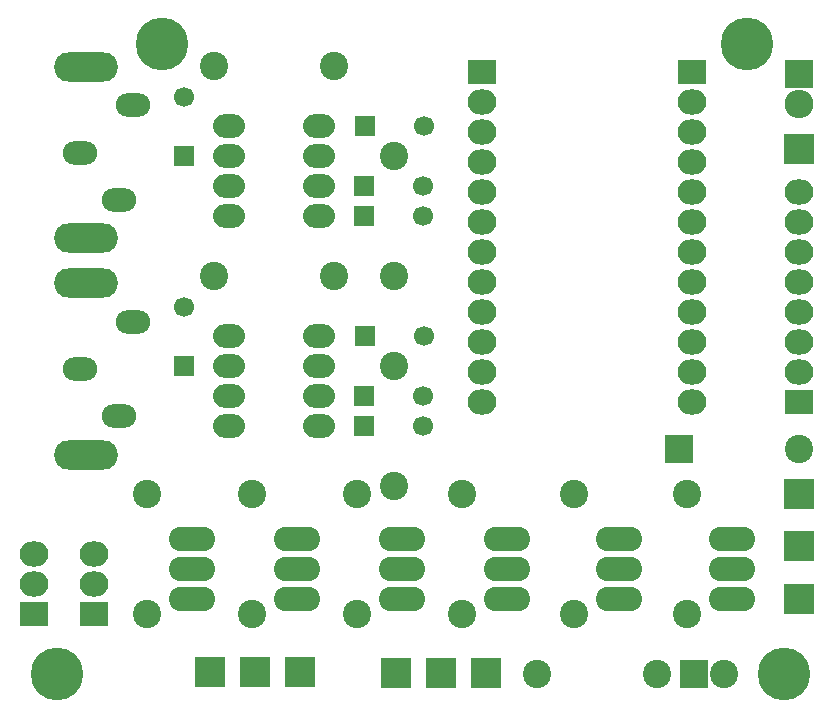
<source format=gbr>
G04 #@! TF.FileFunction,Soldermask,Top*
%FSLAX46Y46*%
G04 Gerber Fmt 4.6, Leading zero omitted, Abs format (unit mm)*
G04 Created by KiCad (PCBNEW (2015-09-17 BZR 6202)-product) date Wednesday, September 23, 2015 'AMt' 01:30:27 AM*
%MOMM*%
G01*
G04 APERTURE LIST*
%ADD10C,0.100000*%
%ADD11C,4.464000*%
%ADD12R,2.635200X2.635200*%
%ADD13R,2.432000X2.127200*%
%ADD14O,2.432000X2.127200*%
%ADD15R,1.700000X1.700000*%
%ADD16C,1.700000*%
%ADD17C,2.398980*%
%ADD18R,2.398980X2.398980*%
%ADD19R,2.432000X2.432000*%
%ADD20O,2.432000X2.432000*%
%ADD21O,2.700000X2.000000*%
%ADD22O,2.900000X2.000000*%
%ADD23O,5.400000X2.500000*%
%ADD24R,2.400000X2.400000*%
%ADD25C,2.400000*%
%ADD26O,3.900120X2.099260*%
G04 APERTURE END LIST*
D10*
D11*
X150495000Y-128270000D03*
X88900000Y-128270000D03*
D12*
X101911143Y-128163701D03*
D11*
X97790000Y-74930000D03*
D13*
X124894362Y-77305728D03*
D14*
X124894362Y-79845728D03*
X124894362Y-82385728D03*
X124894362Y-84925728D03*
X124894362Y-87465728D03*
X124894362Y-90005728D03*
X124894362Y-92545728D03*
X124894362Y-95085728D03*
X124894362Y-97625728D03*
X124894362Y-100165728D03*
X124894362Y-102705728D03*
X124894362Y-105245728D03*
D13*
X142674362Y-77305728D03*
D14*
X142674362Y-92545728D03*
X142674362Y-95085728D03*
X142674362Y-90005728D03*
X142674362Y-97625728D03*
X142674362Y-84925728D03*
X142674362Y-82385728D03*
X142674362Y-79845728D03*
X142674362Y-87465728D03*
X142674362Y-102705728D03*
X142674362Y-100165728D03*
X142674362Y-105245728D03*
D15*
X114935000Y-89535000D03*
D16*
X119935000Y-89535000D03*
D15*
X114935000Y-107315000D03*
D16*
X119935000Y-107315000D03*
D15*
X115015000Y-81915000D03*
D16*
X120015000Y-81915000D03*
D15*
X115015000Y-99695000D03*
D16*
X120015000Y-99695000D03*
D15*
X114935000Y-86995000D03*
D16*
X119935000Y-86995000D03*
D15*
X114935000Y-104775000D03*
D16*
X119935000Y-104775000D03*
D15*
X99695000Y-84455000D03*
D16*
X99695000Y-79455000D03*
D15*
X99695000Y-102235000D03*
D16*
X99695000Y-97235000D03*
D17*
X151765000Y-109220000D03*
D18*
X141605000Y-109220000D03*
D12*
X117663459Y-128195719D03*
X121473459Y-128195719D03*
X105721143Y-128163701D03*
X125283459Y-128195719D03*
X109531143Y-128163701D03*
D13*
X86995000Y-123190000D03*
D14*
X86995000Y-120650000D03*
X86995000Y-118110000D03*
D13*
X92075000Y-123190000D03*
D14*
X92075000Y-120650000D03*
X92075000Y-118110000D03*
D12*
X151765000Y-121920000D03*
X151765000Y-113030000D03*
X151765000Y-117475000D03*
X151765000Y-83820000D03*
D13*
X151765000Y-105245728D03*
D14*
X151765000Y-102705728D03*
X151765000Y-100165728D03*
X151765000Y-97625728D03*
X151765000Y-95085728D03*
X151765000Y-92545728D03*
X151765000Y-90005728D03*
X151765000Y-87465728D03*
D17*
X117475000Y-94615000D03*
X117475000Y-84455000D03*
X117475000Y-112395000D03*
X117475000Y-102235000D03*
X112395000Y-76835000D03*
X102235000Y-76835000D03*
X112395000Y-94615000D03*
X102235000Y-94615000D03*
X129540000Y-128270000D03*
X139700000Y-128270000D03*
X123190000Y-123190000D03*
X123190000Y-113030000D03*
X96520000Y-123190000D03*
X96520000Y-113030000D03*
X132715000Y-123190000D03*
X132715000Y-113030000D03*
X105410000Y-123190000D03*
X105410000Y-113030000D03*
X142240000Y-123190000D03*
X142240000Y-113030000D03*
X114300000Y-123190000D03*
X114300000Y-113030000D03*
D19*
X151765000Y-77470000D03*
D20*
X151765000Y-80010000D03*
D21*
X103505000Y-81915000D03*
X103505000Y-84455000D03*
X103505000Y-86995000D03*
X103505000Y-89535000D03*
X111125000Y-89535000D03*
X111125000Y-86995000D03*
X111125000Y-84455000D03*
X111125000Y-81915000D03*
X103505000Y-99695000D03*
X103505000Y-102235000D03*
X103505000Y-104775000D03*
X103505000Y-107315000D03*
X111125000Y-107315000D03*
X111125000Y-104775000D03*
X111125000Y-102235000D03*
X111125000Y-99695000D03*
D22*
X94143607Y-88172355D03*
X95393607Y-80172355D03*
D23*
X91393607Y-76922355D03*
X91393607Y-91422355D03*
D22*
X90893607Y-84172355D03*
X94143607Y-106482355D03*
X95393607Y-98482355D03*
D23*
X91393607Y-95232355D03*
X91393607Y-109732355D03*
D22*
X90893607Y-102482355D03*
D24*
X142875000Y-128270000D03*
D25*
X145415000Y-128270000D03*
D26*
X100330000Y-119380000D03*
X100330000Y-116840000D03*
X100330000Y-121920000D03*
X109220000Y-119380000D03*
X109220000Y-116840000D03*
X109220000Y-121920000D03*
X118110000Y-119380000D03*
X118110000Y-116840000D03*
X118110000Y-121920000D03*
X127000000Y-119380000D03*
X127000000Y-116840000D03*
X127000000Y-121920000D03*
X136525000Y-119380000D03*
X136525000Y-116840000D03*
X136525000Y-121920000D03*
X146050000Y-119380000D03*
X146050000Y-116840000D03*
X146050000Y-121920000D03*
D11*
X147320000Y-74930000D03*
M02*

</source>
